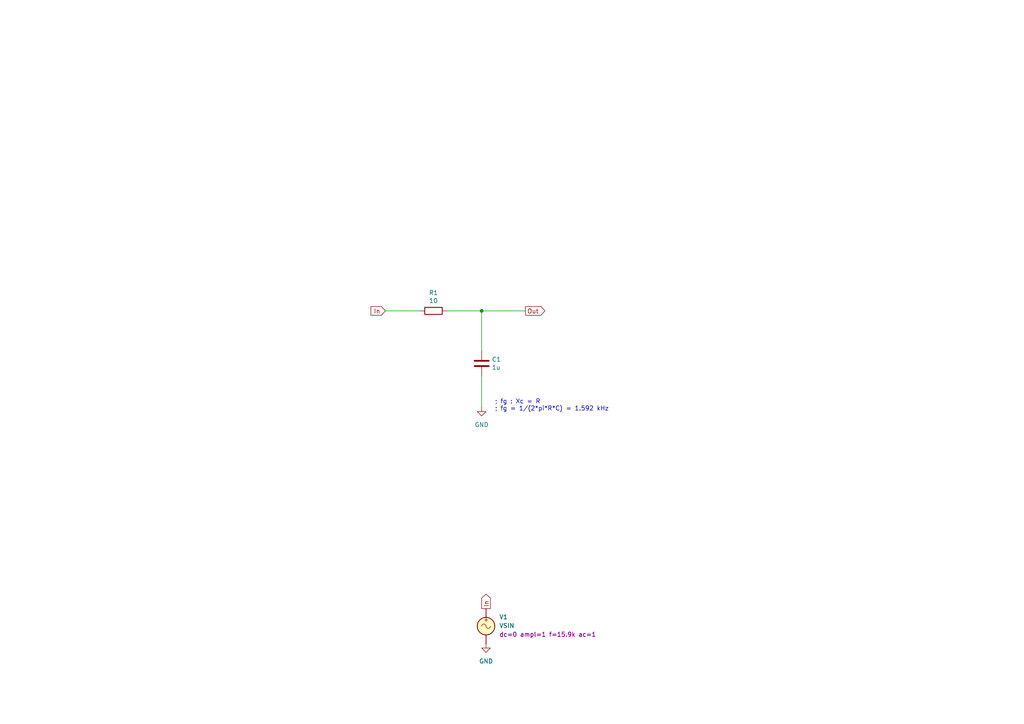
<source format=kicad_sch>
(kicad_sch (version 20250114) (generator "eeschema") (generator_version "9.0")
  (paper "A4")
  (title_block (title "RC Lowpass") (date "2025-09-13") (company "GitHub/OJStuff"))
  (lib_symbols
    (symbol "Device:C" (pin_numbers (hide yes)) (pin_names (offset 0.254))
      (property "Reference" "C" (at 0.635 2.54 0))
      (property "Value" "C" (at 0.635 -2.54 0))
      (symbol "C_0_1"
        (polyline (pts (xy -2.032 0.762) (xy 2.032 0.762)) (stroke (width 0.508)))
        (polyline (pts (xy -2.032 -0.762) (xy 2.032 -0.762)) (stroke (width 0.508)))
      )
      (symbol "C_1_1"
        (pin passive line (at 0 3.81 270) (length 2.794) (name "~") (number "1"))
        (pin passive line (at 0 -3.81 90) (length 2.794) (name "~") (number "2"))
      )
    )
    (symbol "Device:R" (pin_numbers (hide yes)) (pin_names (offset 0))
      (property "Reference" "R" (at 2.032 0 90))
      (property "Value" "R" (at 0 0 90))
      (symbol "R_0_1"
        (rectangle (start -1.016 -2.54) (end 1.016 2.54) (stroke (width 0.254)))
      )
      (symbol "R_1_1"
        (pin passive line (at 0 3.81 270) (length 1.27) (name "~") (number "1"))
        (pin passive line (at 0 -3.81 90) (length 1.27) (name "~") (number "2"))
      )
    )
    (symbol "VSIN_1" (pin_numbers (hide yes)) (pin_names (offset 0.0254))
      (property "Reference" "V" (at 2.54 2.54 0))
      (property "Value" "VSIN" (at 2.54 0 0))
      (property "Sim.Params" "dc=0 ampl=1 f=1k ac=1" (at 2.54 -2.54 0))
      (symbol "VSIN_1_0_0"
        (arc (start -1.27 0) (mid -0.635 0.6323) (end 0 0))
        (arc (start 1.27 0) (mid 0.635 -0.6323) (end 0 0))
        (text "+" (at 0 1.905 0) (effects (font (size 1.27 1.27))))
      )
      (symbol "VSIN_1_0_1"
        (circle (center 0 0) (radius 2.54) (stroke (width 0.254)) (fill (type background)))
      )
      (symbol "VSIN_1_1_1"
        (pin passive line (at 0 5.08 270) (length 2.54) (name "~") (number "1"))
        (pin passive line (at 0 -5.08 90) (length 2.54) (name "~") (number "2"))
      )
    )
    (symbol "power:GND" (power) (pin_numbers (hide yes)) (pin_names (offset 0) (hide yes))
      (property "Value" "GND" (at 0 -3.81 0))
      (symbol "GND_0_1"
        (polyline (pts (xy 0 0) (xy 0 -1.27) (xy 1.27 -1.27) (xy 0 -2.54) (xy -1.27 -1.27) (xy 0 -1.27)))
      )
      (symbol "GND_1_1"
        (pin power_in line (at 0 0 270) (length 0) (name "~") (number "1"))
      )
    )
  )
  (text "; fg : Xc = R\n; fg = 1/(2*pi*R*C) = 1.592 kHz" (at 143.51 119.38 0) (effects (font (size 1.27 1.27)) (justify left bottom)))
  (junction (at 139.7 90.17))
  (wire (pts (xy 139.7 90.17) (xy 139.7 101.6)))
  (wire (pts (xy 139.7 90.17) (xy 152.4 90.17)))
  (wire (pts (xy 111.76 90.17) (xy 121.92 90.17)))
  (wire (pts (xy 129.54 90.17) (xy 139.7 90.17)))
  (wire (pts (xy 139.7 109.22) (xy 139.7 118.11)))
  (global_label "In" (shape input) (at 111.76 90.17 180) (property "Intersheetrefs" "${INTERSHEET_REFS}" (effects (hide yes))))
  (global_label "In" (shape output) (at 140.97 176.53 90) (property "Intersheetrefs" "${INTERSHEET_REFS}" (effects (hide yes))))
  (global_label "Out" (shape output) (at 152.4 90.17 0) (property "Intersheetrefs" "${INTERSHEET_REFS}" (effects (hide yes))))
  (symbol (lib_id "power:GND") (at 140.97 186.69 0) (unit 1)
    (property "Reference" "#PWR02" (effects (hide yes)))
    (property "Value" "GND" (at 140.97 191.77 0))
    (property "Description" "Power symbol creates a global label with name \"GND\" , ground" (effects (hide yes)))
  )
  (symbol (lib_id "power:GND") (at 139.7 118.11 0) (unit 1)
    (property "Reference" "#PWR01" (effects (hide yes)))
    (property "Value" "GND" (at 139.7 123.19 0))
    (property "Description" "Power symbol creates a global label with name \"GND\" , ground" (effects (hide yes)))
  )
  (symbol (lib_id "Device:R") (at 125.73 90.17 270) (unit 1)
    (property "Reference" "R1" (at 125.73 84.9122 90))
    (property "Value" "10" (at 125.73 87.2236 90))
  )
  (symbol (lib_name "VSIN_1") (lib_id "Simulation_SPICE:VSIN") (at 140.97 181.61 0) (unit 1)
    (property "Reference" "V1" (at 144.78 178.9401 0) (effects (justify left)))
    (property "Value" "VSIN" (at 144.78 181.4801 0) (effects (justify left)))
    (property "Datasheet" "https://ngspice.sourceforge.io/docs/ngspice-html-manual/manual.xhtml#sec_Independent_Sources_for" (effects (hide yes)))
    (property "Description" "Voltage source, sinusoidal" (effects (hide yes)))
    (property "Sim.Pins" "1=+ 2=-" (effects (hide yes)))
    (property "Sim.Params" "dc=0 ampl=1 f=15.9k ac=1" (at 144.78 184.0201 0) (effects (justify left)))
    (property "Sim.Type" "SIN" (effects (hide yes)))
    (property "Sim.Device" "V" (effects (hide yes)))
  )
  (symbol (lib_id "Device:C") (at 139.7 105.41 0) (unit 1)
    (property "Reference" "C1" (at 142.621 104.2416 0) (effects (justify left)))
    (property "Value" "1u" (at 142.621 106.553 0) (effects (justify left)))
  )
)
</source>
